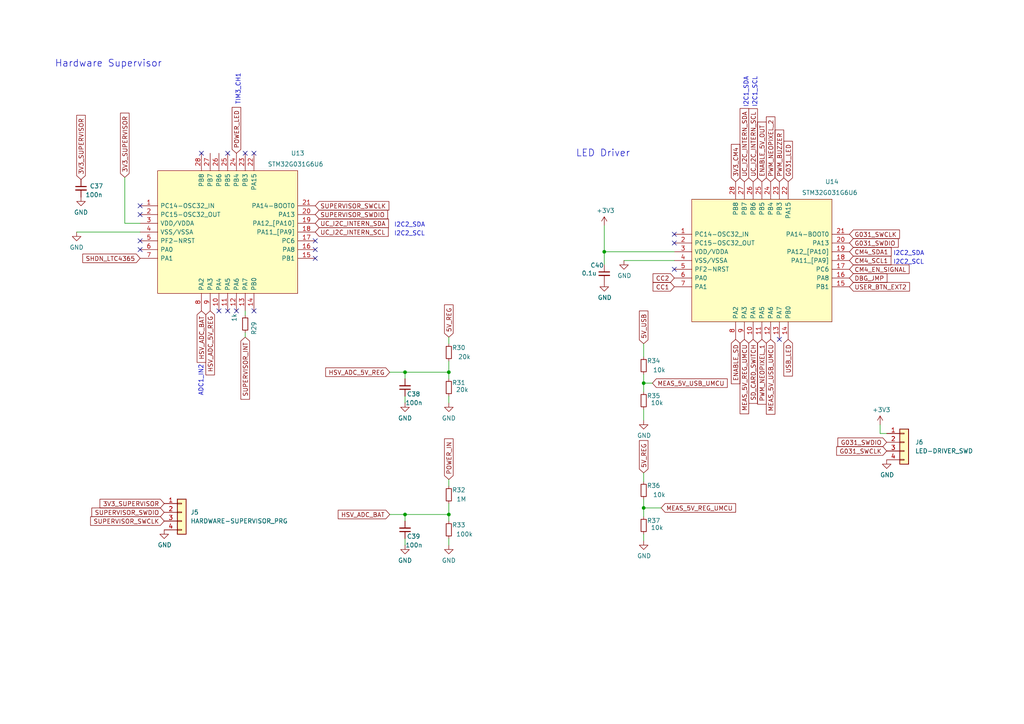
<source format=kicad_sch>
(kicad_sch (version 20231120) (generator "eeschema") (generator_version "8.0")
  (paper "A4")
  (junction (at 130.175 107.95))
  (junction (at -92.71 -11.43) (diameter 1.016))
  (junction (at 186.69 111.125))
  (junction (at -92.71 -22.225) (diameter 1.016))
  (junction (at -109.22 158.75))
  (junction (at -149.86 72.39) (diameter 1.016))
  (junction (at -149.86 67.31) (diameter 1.016))
  (junction (at 186.69 147.32))
  (junction (at -167.64 156.21))
  (junction (at -104.14 19.05))
  (junction (at -159.385 -6.35) (diameter 1.016))
  (junction (at -141.605 17.78))
  (junction (at 117.475 107.95))
  (junction (at -101.6 19.05))
  (junction (at -86.36 -22.225))
  (junction (at 175.26 73.025))
  (junction (at -99.06 -11.43) (diameter 1.016))
  (junction (at -105.41 -11.43) (diameter 1.016))
  (junction (at -106.68 158.75))
  (junction (at -159.385 -11.43) (diameter 1.016))
  (junction (at -99.06 19.05))
  (junction (at -99.06 -22.225) (diameter 1.016))
  (junction (at -160.655 31.75))
  (junction (at -86.36 -11.43) (diameter 1.016))
  (junction (at 130.175 149.225))
  (junction (at -111.76 -22.225) (diameter 1.016))
  (junction (at -149.86 62.23) (diameter 1.016))
  (junction (at 117.475 149.225))
  (junction (at -153.035 72.39) (diameter 1.016))
  (junction (at -104.14 158.75))
  (junction (at -101.6 158.75))
  (junction (at -109.22 19.05))
  (junction (at -105.41 -22.225) (diameter 1.016))
  (junction (at -99.06 158.75))
  (junction (at -111.76 -11.43) (diameter 1.016))
  (junction (at -96.52 19.05))
  (junction (at -106.68 19.05))
  (no_connect (at 40.64 69.85))
  (no_connect (at -154.94 -8.89))
  (no_connect (at -81.28 146.05))
  (no_connect (at 226.06 98.425))
  (no_connect (at 91.44 72.39))
  (no_connect (at -81.28 72.39))
  (no_connect (at 40.64 62.23))
  (no_connect (at 71.12 44.45))
  (no_connect (at 58.42 44.45))
  (no_connect (at 195.58 78.105))
  (no_connect (at 195.58 70.485))
  (no_connect (at 63.5 90.17))
  (no_connect (at 40.64 59.69))
  (no_connect (at 195.58 67.945))
  (no_connect (at 66.04 44.45))
  (no_connect (at 73.66 44.45))
  (no_connect (at 40.64 72.39))
  (no_connect (at 66.04 90.17))
  (no_connect (at 68.58 90.17))
  (no_connect (at 73.66 90.17))
  (no_connect (at -142.24 -8.89))
  (no_connect (at -142.24 -11.43))
  (no_connect (at 91.44 74.93))
  (no_connect (at 91.44 69.85))
  (wire (pts (xy -167.64 162.56) (xy -167.64 165.1)))
  (wire (pts (xy 130.175 97.79) (xy 130.175 99.695)))
  (wire (pts (xy -156.21 62.23) (xy -156.21 64.77)))
  (wire (pts (xy -101.6 19.05) (xy -99.06 19.05)))
  (wire (pts (xy -141.605 17.78) (xy -131.445 17.78)))
  (wire (pts (xy -106.68 19.05) (xy -104.14 19.05)))
  (wire (pts (xy 22.225 67.31) (xy 40.64 67.31)))
  (wire (pts (xy 117.475 149.225) (xy 113.03 149.225)))
  (wire (pts (xy -92.71 -22.225) (xy -92.71 -19.05)))
  (wire (pts (xy -150.495 17.78) (xy -141.605 17.78)))
  (wire (pts (xy 180.975 75.565) (xy 195.58 75.565)))
  (wire (pts (xy -81.28 54.61) (xy -60.325 54.61)))
  (wire (pts (xy 130.175 107.95) (xy 130.175 109.855)))
  (wire (pts (xy -105.41 -11.43) (xy -99.06 -11.43)))
  (wire (pts (xy -167.64 156.21) (xy -161.925 156.21)))
  (wire (pts (xy 175.26 73.025) (xy 175.26 76.835)))
  (wire (pts (xy -86.36 -11.43) (xy -86.36 -13.97)))
  (wire (pts (xy -127 41.91) (xy -127 45.72)))
  (wire (pts (xy 130.175 139.065) (xy 130.175 140.97)))
  (wire (pts (xy -160.655 31.75) (xy -160.655 35.56)))
  (wire (pts (xy -86.36 -22.225) (xy -86.36 -19.05)))
  (wire (pts (xy -149.225 36.83) (xy -127 36.83)))
  (wire (pts (xy 117.475 156.21) (xy 117.475 158.115)))
  (wire (pts (xy -99.06 19.05) (xy -96.52 19.05)))
  (wire (pts (xy -99.06 -22.225) (xy -92.71 -22.225)))
  (wire (pts (xy -154.94 -11.43) (xy -159.385 -11.43)))
  (wire (pts (xy -167.64 154.94) (xy -167.64 156.21)))
  (wire (pts (xy -139.7 87.63) (xy -127 87.63)))
  (wire (pts (xy -154.94 -13.97) (xy -159.385 -13.97)))
  (wire (pts (xy -106.68 158.75) (xy -109.22 158.75)))
  (wire (pts (xy -101.6 158.75) (xy -104.14 158.75)))
  (wire (pts (xy -162.56 31.75) (xy -160.655 31.75)))
  (wire (pts (xy -120.015 -13.97) (xy -120.015 -11.43)))
  (wire (pts (xy 186.69 111.125) (xy 189.23 111.125)))
  (wire (pts (xy -159.385 -13.97) (xy -159.385 -11.43)))
  (wire (pts (xy -86.36 -22.225) (xy -76.2 -22.225)))
  (wire (pts (xy -154.94 90.17) (xy -149.86 90.17)))
  (wire (pts (xy 117.475 114.935) (xy 117.475 116.84)))
  (wire (pts (xy -105.41 -22.225) (xy -99.06 -22.225)))
  (wire (pts (xy -144.145 64.77) (xy -144.145 67.31)))
  (wire (pts (xy -159.385 -11.43) (xy -159.385 -6.35)))
  (wire (pts (xy 71.12 96.52) (xy 71.12 97.79)))
  (wire (pts (xy -92.71 -13.97) (xy -92.71 -11.43)))
  (wire (pts (xy 186.69 99.695) (xy 186.69 103.505)))
  (wire (pts (xy 117.475 151.13) (xy 117.475 149.225)))
  (wire (pts (xy -111.76 -22.225) (xy -120.015 -22.225)))
  (wire (pts (xy 175.26 65.405) (xy 175.26 73.025)))
  (wire (pts (xy 186.69 137.16) (xy 186.69 139.7)))
  (wire (pts (xy -153.035 72.39) (xy -153.035 73.025)))
  (wire (pts (xy -92.71 -11.43) (xy -86.36 -11.43)))
  (wire (pts (xy 130.175 149.225) (xy 130.175 151.13)))
  (wire (pts (xy -109.22 158.75) (xy -111.76 158.75)))
  (wire (pts (xy 130.175 107.95) (xy 117.475 107.95)))
  (wire (pts (xy 186.69 147.32) (xy 186.69 149.86)))
  (wire (pts (xy 186.69 108.585) (xy 186.69 111.125)))
  (wire (pts (xy -104.14 19.05) (xy -101.6 19.05)))
  (wire (pts (xy -146.685 72.39) (xy -149.86 72.39)))
  (wire (pts (xy 186.69 111.125) (xy 186.69 113.665)))
  (wire (pts (xy 130.175 104.775) (xy 130.175 107.95)))
  (wire (pts (xy -99.06 -22.225) (xy -99.06 -19.05)))
  (wire (pts (xy -99.06 -11.43) (xy -92.71 -11.43)))
  (wire (pts (xy -57.15 74.93) (xy -54.61 74.93)))
  (wire (pts (xy -111.76 -19.05) (xy -111.76 -22.225)))
  (wire (pts (xy -99.06 -13.97) (xy -99.06 -11.43)))
  (wire (pts (xy -156.21 72.39) (xy -153.035 72.39)))
  (wire (pts (xy -111.76 19.05) (xy -109.22 19.05)))
  (wire (pts (xy -81.28 74.93) (xy -62.23 74.93)))
  (wire (pts (xy 186.69 118.745) (xy 186.69 121.92)))
  (wire (pts (xy -76.2 -11.43) (xy -86.36 -11.43)))
  (wire (pts (xy 130.175 149.225) (xy 117.475 149.225)))
  (wire (pts (xy -153.035 87.63) (xy -144.78 87.63)))
  (wire (pts (xy 36.195 51.435) (xy 36.195 64.77)))
  (wire (pts (xy -111.76 -11.43) (xy -105.41 -11.43)))
  (wire (pts (xy -105.41 -13.97) (xy -105.41 -11.43)))
  (wire (pts (xy -149.86 72.39) (xy -153.035 72.39)))
  (wire (pts (xy -167.64 156.21) (xy -167.64 157.48)))
  (wire (pts (xy -149.86 62.23) (xy -127 62.23)))
  (wire (pts (xy -144.78 90.17) (xy -127 90.17)))
  (wire (pts (xy -149.225 41.91) (xy -149.225 36.83)))
  (wire (pts (xy 71.12 91.44) (xy 71.12 90.17)))
  (wire (pts (xy -99.06 164.465) (xy -99.06 158.75)))
  (wire (pts (xy -160.655 31.75) (xy -127 31.75)))
  (wire (pts (xy 186.69 144.78) (xy 186.69 147.32)))
  (wire (pts (xy -120.015 -22.225) (xy -120.015 -19.05)))
  (wire (pts (xy 117.475 107.95) (xy 113.03 107.95)))
  (wire (pts (xy -146.685 64.77) (xy -146.685 72.39)))
  (wire (pts (xy -109.22 19.05) (xy -106.68 19.05)))
  (wire (pts (xy -131.445 26.67) (xy -131.445 17.78)))
  (wire (pts (xy -156.21 69.85) (xy -156.21 72.39)))
  (wire (pts (xy -141.605 41.91) (xy -141.605 39.37)))
  (wire (pts (xy -76.2 -22.225) (xy -76.2 -19.05)))
  (wire (pts (xy -127 45.72) (xy -131.445 45.72)))
  (wire (pts (xy -149.86 67.31) (xy -144.145 67.31)))
  (wire (pts (xy 130.175 158.115) (xy 130.175 156.21)))
  (wire (pts (xy 130.175 116.84) (xy 130.175 114.935)))
  (wire (pts (xy -99.06 158.75) (xy -101.6 158.75)))
  (wire (pts (xy -144.145 64.77) (xy -127 64.77)))
  (wire (pts (xy 255.27 125.73) (xy 257.175 125.73)))
  (wire (pts (xy 36.195 64.77) (xy 40.64 64.77)))
  (wire (pts (xy -141.605 39.37) (xy -127 39.37)))
  (wire (pts (xy 186.69 147.32) (xy 191.77 147.32)))
  (wire (pts (xy -127 26.67) (xy -131.445 26.67)))
  (wire (pts (xy -92.71 -22.225) (xy -86.36 -22.225)))
  (wire (pts (xy -81.28 57.15) (xy -60.325 57.15)))
  (wire (pts (xy 130.175 146.05) (xy 130.175 149.225)))
  (wire (pts (xy 255.27 123.19) (xy 255.27 125.73)))
  (wire (pts (xy -153.035 64.77) (xy -153.035 72.39)))
  (wire (pts (xy -96.52 13.335) (xy -96.52 19.05)))
  (wire (pts (xy -105.41 -22.225) (xy -105.41 -19.05)))
  (wire (pts (xy 186.69 154.94) (xy 186.69 156.845)))
  (wire (pts (xy -76.2 -13.97) (xy -76.2 -11.43)))
  (wire (pts (xy -149.86 62.23) (xy -156.21 62.23)))
  (wire (pts (xy 117.475 109.855) (xy 117.475 107.95)))
  (wire (pts (xy -104.14 158.75) (xy -106.68 158.75)))
  (wire (pts (xy -120.015 -11.43) (xy -111.76 -11.43)))
  (wire (pts (xy -111.76 -22.225) (xy -105.41 -22.225)))
  (wire (pts (xy -111.76 -13.97) (xy -111.76 -11.43)))
  (wire (pts (xy -154.94 -6.35) (xy -159.385 -6.35)))
  (wire (pts (xy 175.26 73.025) (xy 195.58 73.025)))
  (text "TIM3_CH1" (at 69.85 30.48 90) (effects (font (size 1.27 1.27)) (justify left bottom)))
  (text "MICROCONTROLLER" (at -170.18 -26.67 0) (effects (font (size 2 2)) (justify left bottom)))
  (text "ADC1_IN2" (at 59.055 114.935 90) (effects (font (size 1.27 1.27)) (justify left bottom)))
  (text "I2C1_SCL" (at 219.71 22.225 90) (effects (font (size 1.27 1.27)) (justify right bottom)))
  (text "I2C2_SDA" (at 259.08 74.295 0) (effects (font (size 1.27 1.27)) (justify left bottom)))
  (text "I2C2_SDA" (at 114.3 66.04 0) (effects (font (size 1.27 1.27)) (justify left bottom)))
  (text "I2C2_SCL" (at 114.3 68.58 0) (effects (font (size 1.27 1.27)) (justify left bottom)))
  (text "I2C2_SCL" (at 259.08 76.835 0) (effects (font (size 1.27 1.27)) (justify left bottom)))
  (text "LED Driver" (at 167.005 45.72 0) (effects (font (size 2 2)) (justify left bottom)))
  (text "Hardware Supervisor" (at 15.875 19.685 0) (effects (font (size 2 2)) (justify left bottom)))
  (text "I2C1_SDA" (at 217.17 22.225 90) (effects (font (size 1.27 1.27)) (justify right bottom)))
  (label "UC_USB_P" (at -72.39 57.15 0))
  (label "UC_USB_N" (at -73.025 54.61 0))
  (global_label "3V3_SUPERVISOR" (shape input) (at 47.625 146.05 180) (property "Intersheetrefs" "${INTERSHEET_REFS}" (effects (hide yes))))
  (global_label "CM4_UC_NEW_SAMPLES" (shape input) (at -154.94 90.17 180) (property "Intersheetrefs" "${INTERSHEET_REFS}" (effects (hide yes))))
  (global_label "UC_LED2" (shape input) (at -127 95.25 180) (property "Intersheetrefs" "${INTERSHEET_REFS}" (effects (hide yes))))
  (global_label "UC_SPI2_MOSI" (shape input) (at -81.28 143.51 0) (property "Intersheetrefs" "${INTERSHEET_REFS}" (effects (hide yes))))
  (global_label "CC1" (shape input) (at 195.58 83.185 180) (property "Intersheetrefs" "${INTERSHEET_REFS}" (effects (hide yes))))
  (global_label "UC_USB_D_N" (shape input) (at -55.245 54.61 0) (property "Intersheetrefs" "${INTERSHEET_REFS}" (effects (hide yes))))
  (global_label "UC_SCL_2" (shape input) (at -147.32 187.325 270) (property "Intersheetrefs" "${INTERSHEET_REFS}" (effects (hide yes))))
  (global_label "ENC1_A" (shape input) (at -81.28 87.63 0) (property "Intersheetrefs" "${INTERSHEET_REFS}" (effects (hide yes))))
  (global_label "UC_UART_EXT1_RX" (shape input) (at -81.28 52.07 0) (property "Intersheetrefs" "${INTERSHEET_REFS}" (effects (hide yes))))
  (global_label "ENABLE_5V_OUT" (shape input) (at 220.98 52.705 90) (property "Intersheetrefs" "${INTERSHEET_REFS}" (effects (hide yes))))
  (global_label "UC_UART_EXT2_TX" (shape input) (at -81.28 128.27 0) (property "Intersheetrefs" "${INTERSHEET_REFS}" (effects (hide yes))))
  (global_label "HSV_ADC_BAT" (shape input) (at 113.03 149.225 180) (property "Intersheetrefs" "${INTERSHEET_REFS}" (effects (hide yes))))
  (global_label "CS_IMU" (shape input) (at -81.28 100.33 0) (property "Intersheetrefs" "${INTERSHEET_REFS}" (effects (hide yes))))
  (global_label "UC_SPI1_CS_EXT1" (shape input) (at -127 120.65 180) (property "Intersheetrefs" "${INTERSHEET_REFS}" (effects (hide yes))))
  (global_label "IMU_INT2" (shape input) (at -127 138.43 180) (property "Intersheetrefs" "${INTERSHEET_REFS}" (effects (hide yes))))
  (global_label "UC_UART_EXT3_RX" (shape input) (at -81.28 77.47 0) (property "Intersheetrefs" "${INTERSHEET_REFS}" (effects (hide yes))))
  (global_label "5V_USB" (shape input) (at -167.64 149.86 90) (property "Intersheetrefs" "${INTERSHEET_REFS}" (effects (hide yes))))
  (global_label "PWM_NEOPIXEL_1" (shape input) (at 220.98 98.425 270) (property "Intersheetrefs" "${INTERSHEET_REFS}" (effects (hide yes))))
  (global_label "UC_ACT_LED" (shape input) (at -127 140.97 180) (property "Intersheetrefs" "${INTERSHEET_REFS}" (effects (hide yes))))
  (global_label "UC_TIM2" (shape input) (at -106.68 186.69 180) (property "Intersheetrefs" "${INTERSHEET_REFS}" (effects (hide yes))))
  (global_label "MEAS_5V_USB_UMCU" (shape input) (at 223.52 98.425 270) (property "Intersheetrefs" "${INTERSHEET_REFS}" (effects (hide yes))))
  (global_label "UC_TIM1" (shape input) (at -81.28 90.17 0) (property "Intersheetrefs" "${INTERSHEET_REFS}" (effects (hide yes))))
  (global_label "UC_SPI2_CS_EXT1" (shape input) (at -127 146.05 180) (property "Intersheetrefs" "${INTERSHEET_REFS}" (effects (hide yes))))
  (global_label "UC_TIM1" (shape input) (at -106.68 191.77 180) (property "Intersheetrefs" "${INTERSHEET_REFS}" (effects (hide yes))))
  (global_label "ENC1_A" (shape input) (at -101.6 191.77 0) (property "Intersheetrefs" "${INTERSHEET_REFS}" (effects (hide yes))))
  (global_label "PD7" (shape input) (at -127 130.81 180) (property "Intersheetrefs" "${INTERSHEET_REFS}" (effects (hide yes))))
  (global_label "UC_SPI_CM4_CS" (shape input) (at -81.28 36.83 0) (property "Intersheetrefs" "${INTERSHEET_REFS}" (effects (hide yes))))
  (global_label "UC_LED1" (shape input) (at -127 107.95 180) (property "Intersheetrefs" "${INTERSHEET_REFS}" (effects (hide yes))))
  (global_label "3V3_SUPERVISOR" (shape input) (at 36.195 51.435 90) (property "Intersheetrefs" "${INTERSHEET_REFS}" (effects (hide yes))))
  (global_label "SHDN_LTC4365" (shape input) (at 40.64 74.93 180) (property "Intersheetrefs" "${INTERSHEET_REFS}" (effects (hide yes))))
  (global_label "UC_I2C_INTERN_SCL" (shape input) (at -81.28 46.99 0) (property "Intersheetrefs" "${INTERSHEET_REFS}" (effects (hide yes))))
  (global_label "UC_UART_EXT1_TX" (shape input) (at -81.28 49.53 0) (property "Intersheetrefs" "${INTERSHEET_REFS}" (effects (hide yes))))
  (global_label "ENC2_A" (shape input) (at -81.28 82.55 0) (property "Intersheetrefs" "${INTERSHEET_REFS}" (effects (hide yes))))
  (global_label "HSV_ADC_BAT" (shape input) (at 58.42 90.17 270) (property "Intersheetrefs" "${INTERSHEET_REFS}" (effects (hide yes))))
  (global_label "UC_UART_EXT3_TX" (shape input) (at -81.28 64.77 0) (property "Intersheetrefs" "${INTERSHEET_REFS}" (effects (hide yes))))
  (global_label "DETECT_USB" (shape input) (at -161.925 156.21 0) (property "Intersheetrefs" "${INTERSHEET_REFS}" (effects (hide yes))))
  (global_label "NRST" (shape input) (at -142.24 -6.35 0) (property "Intersheetrefs" "${INTERSHEET_REFS}" (effects (hide yes))))
  (global_label "BUTTON_INTERN" (shape input) (at -81.28 151.13 0) (property "Intersheetrefs" "${INTERSHEET_REFS}" (effects (hide yes))))
  (global_label "PC0" (shape input) (at -81.28 113.03 0) (property "Intersheetrefs" "${INTERSHEET_REFS}" (effects (hide yes))))
  (global_label "HSV_ADC_5V_REG" (shape input) (at 113.03 107.95 180) (property "Intersheetrefs" "${INTERSHEET_REFS}" (effects (hide yes))))
  (global_label "ENABLE_SD" (shape input) (at 213.36 98.425 270) (property "Intersheetrefs" "${INTERSHEET_REFS}" (effects (hide yes))))
  (global_label "UC_UART_CM4_TX" (shape input) (at -81.28 31.75 0) (property "Intersheetrefs" "${INTERSHEET_REFS}" (effects (hide yes))))
  (global_label "PE12" (shape input) (at -127 100.33 180) (property "Intersheetrefs" "${INTERSHEET_REFS}" (effects (hide yes))))
  (global_label "UC_SPI2_MISO" (shape input) (at -81.28 140.97 0) (property "Intersheetrefs" "${INTERSHEET_REFS}" (effects (hide yes))))
  (global_label "3V3_SUPERVISOR" (shape input) (at 23.495 52.07 90) (property "Intersheetrefs" "${INTERSHEET_REFS}" (effects (hide yes))))
  (global_label "PD8" (shape input) (at -127 133.35 180) (property "Intersheetrefs" "${INTERSHEET_REFS}" (effects (hide yes))))
  (global_label "3V3_CM4" (shape input) (at 213.36 52.705 90) (property "Intersheetrefs" "${INTERSHEET_REFS}" (effects (hide yes))))
  (global_label "CC2" (shape input) (at 195.58 80.645 180) (property "Intersheetrefs" "${INTERSHEET_REFS}" (effects (hide yes))))
  (global_label "MEAS_5V_REG_UMCU" (shape input) (at 191.77 147.32 0) (property "Intersheetrefs" "${INTERSHEET_REFS}" (effects (hide yes))))
  (global_label "UC_AIN2" (shape input) (at -81.28 69.85 0) (property "Intersheetrefs" "${INTERSHEET_REFS}" (effects (hide yes))))
  (global_label "RUN_PG" (shape input) (at -81.28 148.59 0) (property "Intersheetrefs" "${INTERSHEET_REFS}" (effects (hide yes))))
  (global_label "UC_I2C_INTERN_SCL" (shape input) (at 91.44 67.31 0) (property "Intersheetrefs" "${INTERSHEET_REFS}" (effects (hide yes))))
  (global_label "USER_BTN_EXT2" (shape input) (at 246.38 83.185 0) (property "Intersheetrefs" "${INTERSHEET_REFS}" (effects (hide yes))))
  (global_label "PD5" (shape input) (at -127 125.73 180) (property "Intersheetrefs" "${INTERSHEET_REFS}" (effects (hide yes))))
  (global_label "RS485_TX" (shape input) (at -127 72.39 180) (property "Intersheetrefs" "${INTERSHEET_REFS}" (effects (hide yes))))
  (global_label "SWCLK" (shape input) (at -81.28 62.23 0) (property "Intersheetrefs" "${INTERSHEET_REFS}" (effects (hide yes))))
  (global_label "NRST" (shape input) (at -150.495 17.78 180) (property "Intersheetrefs" "${INTERSHEET_REFS}" (effects (hide yes))))
  (global_label "SUPERVISOR_INT" (shape input) (at 71.12 97.79 270) (property "Intersheetrefs" "${INTERSHEET_REFS}" (effects (hide yes))))
  (global_label "RS485_EN" (shape input) (at -127 151.13 180) (property "Intersheetrefs" "${INTERSHEET_REFS}" (effects (hide yes))))
  (global_label "SWDIO" (shape input) (at -81.28 59.69 0) (property "Intersheetrefs" "${INTERSHEET_REFS}" (effects (hide yes))))
  (global_label "UC_I2C_INTERN_SDA" (shape input) (at -81.28 135.89 0) (property "Intersheetrefs" "${INTERSHEET_REFS}" (effects (hide yes))))
  (global_label "CM4_SDA1" (shape input) (at 246.38 73.025 0) (property "Intersheetrefs" "${INTERSHEET_REFS}" (effects (hide yes))))
  (global_label "USB_LED" (shape input) (at 228.6 98.425 270) (property "Intersheetrefs" "${INTERSHEET_REFS}" (effects (hide yes))))
  (global_label "CM4_INT2" (shape input) (at -153.035 87.63 180) (property "Intersheetrefs" "${INTERSHEET_REFS}" (effects (hide yes))))
  (global_label "5V_REG" (shape input) (at 130.175 97.79 90) (property "Intersheetrefs" "${INTERSHEET_REFS}" (effects (hide yes))))
  (global_label "USER_BTN_EXT" (shape input) (at -127 74.93 180) (property "Intersheetrefs" "${INTERSHEET_REFS}" (effects (hide yes))))
  (global_label "PD2" (shape input) (at -127 118.11 180) (property "Intersheetrefs" "${INTERSHEET_REFS}" (effects (hide yes))))
  (global_label "G031_SWCLK" (shape input) (at 257.175 130.81 180) (property "Intersheetrefs" "${INTERSHEET_REFS}" (effects (hide yes))))
  (global_label "SUPERVISOR_SWCLK" (shape input) (at 91.44 59.69 0) (property "Intersheetrefs" "${INTERSHEET_REFS}" (effects (hide yes))))
  (global_label "CM4_EN_SIGNAL" (shape input) (at 246.38 78.105 0) (property "Intersheetrefs" "${INTERSHEET_REFS}" (effects (hide yes))))
  (global_label "ENC2_A" (shape input) (at -101.6 186.69 0) (property "Intersheetrefs" "${INTERSHEET_REFS}" (effects (hide yes))))
  (global_label "ENC2_B" (shape input) (at -81.28 80.01 0) (property "Intersheetrefs" "${INTERSHEET_REFS}" (effects (hide yes))))
  (global_label "UC_AIN1" (shape input) (at -81.28 125.73 0) (property "Intersheetrefs" "${INTERSHEET_REFS}" (effects (hide yes))))
  (global_label "UC_I2C_INTERN_SCL" (shape input) (at 218.44 52.705 90) (property "Intersheetrefs" "${INTERSHEET_REFS}" (effects (hide yes))))
  (global_label "PE14" (shape input) (at -127 105.41 180) (property "Intersheetrefs" "${INTERSHEET_REFS}" (effects (hide yes))))
  (global_label "G031_SWCLK" (shape input) (at 246.38 67.945 0) (property "Intersheetrefs" "${INTERSHEET_REFS}" (effects (hide yes))))
  (global_label "PE13" (shape input) (at -127 102.87 180) (property "Intersheetrefs" "${INTERSHEET_REFS}" (effects (hide yes))))
  (global_label "5V_REG" (shape input) (at 186.69 137.16 90) (property "Intersheetrefs" "${INTERSHEET_REFS}" (effects (hide yes))))
  (global_label "PD9" (shape input) (at -127 135.89 180) (property "Intersheetrefs" "${INTERSHEET_REFS}" (effects (hide yes))))
  (global_label "PE9" (shape input) (at -127 92.71 180) (property "Intersheetrefs" "${INTERSHEET_REFS}" (effects (hide yes))))
  (global_label "G031_LED" (shape input) (at 228.6 52.705 90) (property "Intersheetrefs" "${INTERSHEET_REFS}" (effects (hide yes))))
  (global_label "G031_SWDIO" (shape input) (at 257.175 128.27 180) (property "Intersheetrefs" "${INTERSHEET_REFS}" (effects (hide yes))))
  (global_label "DETECT_USB" (shape input) (at -81.28 133.35 0) (property "Intersheetrefs" "${INTERSHEET_REFS}" (effects (hide yes))))
  (global_label "DBG_JMP" (shape input) (at 246.38 80.645 0) (property "Intersheetrefs" "${INTERSHEET_REFS}" (effects (hide yes))))
  (global_label "UC_UART_EXT2_RX" (shape input) (at -81.28 130.81 0) (property "Intersheetrefs" "${INTERSHEET_REFS}" (effects (hide yes))))
  (global_label "UC_I2C_INTERN_SCL" (shape input) (at -128.27 187.325 270) (property "Intersheetrefs" "${INTERSHEET_REFS}" (effects (hide yes))))
  (global_label "UC_AIN4" (shape input) (at -81.28 120.65 0) (property "Intersheetrefs" "${INTERSHEET_REFS}" (effects (hide yes))))
  (global_label "UC_SDA_2" (shape input) (at -81.28 97.79 0) (property "Intersheetrefs" "${INTERSHEET_REFS}" (effects (hide yes))))
  (global_label "UC_I2C_INTERN_SDA" (shape input) (at 91.44 64.77 0) (property "Intersheetrefs" "${INTERSHEET_REFS}" (effects (hide yes))))
  (global_label "UC_I2C_INTERN_SDA" (shape input) (at 215.9 52.705 90) (property "Intersheetrefs" "${INTERSHEET_REFS}" (effects (hide yes))))
  (global_label "UC_TIM2" (shape input) (at -81.28 92.71 0) (property "Intersheetrefs" "${INTERSHEET_REFS}" (effects (hide yes))))
  (global_label "SUPERVISOR_SWDIO" (shape input) (at 47.625 148.59 180) (property "Intersheetrefs" "${INTERSHEET_REFS}" (effects (hide yes))))
  (global_label "SUPERVISOR_SWCLK" (shape input) (at 47.625 151.13 180) (property "Intersheetrefs" "${INTERSHEET_REFS}" (effects (hide yes))))
  (global_label "POWER_IN" (shape input) (at 130.175 139.065 90) (property "Intersheetrefs" "${INTERSHEET_REFS}" (effects (hide yes))))
  (global_label "5V_USB" (shape input) (at 186.69 99.695 90) (property "Intersheetrefs" "${INTERSHEET_REFS}" (effects (hide yes))))
  (global_label "UC_SDA_2" (shape input) (at -156.21 187.325 270) (property "Intersheetrefs" "${INTERSHEET_REFS}" (effects (hide yes))))
  (global_label "HSV_ADC_5V_REG" (shape input) (at 60.96 90.17 270) (property "Intersheetrefs" "${INTERSHEET_REFS}" (effects (hide yes))))
  (global_label "SUPERVISOR_INT" (shape input) (at -127 143.51 180) (property "Intersheetrefs" "${INTERSHEET_REFS}" (effects (hide yes))))
  (global_label "CANTX" (shape input) (at -127 115.57 180) (property "Intersheetrefs" "${INTERSHEET_REFS}" (effects (hide yes))))
  (global_label "UC_SPI1_MISO" (shape input) (at -81.28 105.41 0) (property "Intersheetrefs" "${INTERSHEET_REFS}" (effects (hide yes))))
  (global_label "BOOT0" (shape input) (at -162.56 31.75 180) (property "Intersheetrefs" "${INTERSHEET_REFS}" (effects (hide yes))))
  (global_label "MEAS_5V_REG_UMCU" (shape input) (at 215.9 98.425 270) (property "Intersheetrefs" "${INTERSHEET_REFS}" (effects (hide yes))))
  (global_label "UC_SPI_CM4_SCLK" (shape input) (at -81.28 39.37 0) (property "Intersheetrefs" "${INTERSHEET_REFS}" (effects (hide yes))))
  (global_label "CM4_SCL1" (shape input) (at 246.38 75.565 0) (property "Intersheetrefs" "${INTERSHEET_REFS}" (effects (hide yes))))
  (global_label "PWM_BUZZER" (shape input) (at 226.06 52.705 90) (property "Intersheetrefs" "${INTERSHEET_REFS}" (effects (hide yes))))
  (global_label "DBG_JMP" (shape input) (at -170.815 76.2 180) (property "Intersheetrefs" "${INTERSHEET_REFS}" (effects (hide yes))))
  (global_label "SUPERVISOR_SWDIO" (shape input) (at 91.44 62.23 0) (property "Intersheetrefs" "${INTERSHEET_REFS}" (effects (hide yes))))
  (global_label "UC_PWM3" (shape input) (at -81.28 29.21 0) (property "Intersheetrefs" "${INTERSHEET_REFS}" (effects (hide yes))))
  (global_label "UC_PWM2" (shape input) (at -127 85.09 180) (property "Intersheetrefs" "${INTERSHEET_REFS}" (effects (hide yes))))
  (global_label "UC_UART_CM4_RX" (shape input) (at -81.28 34.29 0) (property "Intersheetrefs" "${INTERSHEET_REFS}" (effects (hide yes))))
  (global_label "ENC1_B" (shape input) (at -81.28 85.09 0) (property "Intersheetrefs" "${INTERSHEET_REFS}" (effects (hide yes))))
  (global_label "UC_PWM1" (shape input) (at -127 82.55 180) (property "Intersheetrefs" "${INTERSHEET_REFS}" (effects (hide yes))))
  (global_label "UC_SPI1_SCLK" (shape input) (at -81.28 102.87 0) (property "Intersheetrefs" "${INTERSHEET_REFS}" (effects (hide yes))))
  (global_label "UC_AIN3" (shape input) (at -81.28 118.11 0) (property "Intersheetrefs" "${INTERSHEET_REFS}" (effects (hide yes))))
  (global_label "UC_SPI2_SCLK" (shape input) (at -81.28 138.43 0) (property "Intersheetrefs" "${INTERSHEET_REFS}" (effects (hide yes))))
  (global_label "UC_SCL_2" (shape input) (at -81.28 95.25 0) (property "Intersheetrefs" "${INTERSHEET_REFS}" (effects (hide yes))))
  (global_label "CM4_UC_RESET_UART" (shape input) (at -54.61 74.93 0) (property "Intersheetrefs" "${INTERSHEET_REFS}" (effects (hide yes))))
  (global_label "PC1" (shape input) (at -81.28 115.57 0) (property "Intersheetrefs" "${INTERSHEET_REFS}" (effects (hide yes))))
  (global_label "G031_SWDIO" (shape input) (at 246.38 70.485 0) (property "Intersheetrefs" "${INTERSHEET_REFS}" (effects (hide yes))))
  (global_label "UC_I2C_INTERN_SDA" (shape input) (at -137.16 187.325 270) (property "Intersheetrefs" "${INTERSHEET_REFS}" (effects (hide yes))))
  (global_label "PD6" (shape input) (at -127 128.27 180) (property "Intersheetrefs" "${INTERSHEET_REFS}" (effects (hide yes))))
  (global_label "PWM_NEOPIXEL_2" (shape input) (at 223.52 52.705 90) (property "Intersheetrefs" "${INTERSHEET_REFS}" (effects (hide yes))))
  (global_label "CANRX" (shape input) (at -127 113.03 180) (property "Intersheetrefs" "${INTERSHEET_REFS}" (effects (hide yes))))
  (global_label "SD_CARD_SWITCH" (shape input) (at 218.44 98.425 270) (property "Intersheetrefs" "${INTERSHEET_REFS}" (effects (hide yes))))
  (global_label "UC_SPI_CM4_MOSI" (shape input) (at -81.28 44.45 0) (property "Intersheetrefs" "${INTERSHEET_REFS}" (effects (hide yes))))
  (global_label "POWER_LED" (shape input) (at 68.58 44.45 90) (property "Intersheetrefs" "${INTERSHEET_REFS}" (effects (hide yes))))
  (global_label "MEAS_5V_USB_UMCU" (shape input) (at 189.23 111.125 0) (property "Intersheetrefs" "${INTERSHEET_REFS}" (effects (hide yes))))
  (global_label "SWCLK" (shape input) (at -142.24 -13.97 0) (property "Intersheetrefs" "${INTERSHEET_REFS}" (effects (hide yes))))
  (global_label "UC_USB_D_P" (shape input) (at -55.245 57.15 0) (property "Intersheetrefs" "${INTERSHEET_REFS}" (effects (hide yes))))
  (global_label "SWDIO" (shape input) (at -142.24 -16.51 0) (property "Intersheetrefs" "${INTERSHEET_REFS}" (effects (hide yes))))
  (global_label "USER_BTN_EXT2" (shape input) (at -170.815 78.74 180) (property "Intersheetrefs" "${INTERSHEET_REFS}" (effects (hide yes))))
  (global_label "UC_SPI1_MOSI" (shape input) (at -81.28 107.95 0) (property "Intersheetrefs" "${INTERSHEET_REFS}" (effects (hide yes))))
  (global_label "UC_SPI_CM4_MISO" (shape input) (at -81.28 41.91 0) (property "Intersheetrefs" "${INTERSHEET_REFS}" (effects (hide yes))))
  (global_label "RS485_RX" (shape input) (at -127 69.85 180) (property "Intersheetrefs" "${INTERSHEET_REFS}" (effects (hide yes))))
  (global_label "CS_FLASH" (shape input) (at -81.28 123.19 0) (property "Intersheetrefs" "${INTERSHEET_REFS}" (effects (hide yes))))
  (global_label "PE11" (shape input) (at -127 97.79 180) (property "Intersheetrefs" "${INTERSHEET_REFS}" (effects (hide yes))))
  (global_label "UC_PWM4" (shape input) (at -81.28 26.67 0) (property "Intersheetrefs" "${INTERSHEET_REFS}" (effects (hide yes))))
  (symbol (lib_id "power:GND") (at 130.175 158.115 0) (unit 1)
    (property "Reference" "#PWR071" (effects (hide yes)))
    (property "Value" "GND" (at 130.175 162.56 0))
  )
  (symbol (lib_id "Device:R_Small") (at 71.12 93.98 0) (unit 1)
    (property "Reference" "R29" (at 73.66 97.155 90) (effects (justify left)))
    (property "Value" "1k" (at 67.945 93.345 90) (effects (justify left)))
    (property "Footprint" "Resistor_SMD:R_0603_1608Metric" (effects (hide yes)))
  )
  (symbol (lib_id "Device:C_Small") (at 117.475 112.395 180) (unit 1)
    (property "Reference" "C38" (at 121.92 114.3 0) (effects (justify left)))
    (property "Value" "100n" (at 122.555 116.84 0) (effects (justify left)))
    (property "Footprint" "Capacitor_SMD:C_0603_1608Metric" (effects (hide yes)))
  )
  (symbol (lib_id "power:+3.3V") (at -147.32 182.245 0) (unit 1)
    (property "Reference" "#PWR055" (effects (hide yes)))
    (property "Value" "+3V3" (at -147.32 177.8 0))
  )
  (symbol (lib_id "Device:R_Small") (at -104.14 186.69 90) (unit 1)
    (property "Reference" "R24" (at -107.315 184.15 90) (effects (justify left)))
    (property "Value" "NC" (at -102.87 184.785 90) (effects (justify left)))
    (property "Footprint" "Resistor_SMD:R_0603_1608Metric" (effects (hide yes)))
  )
  (symbol (lib_id "power:+3V3") (at -154.94 -16.51 0) (unit 1)
    (property "Reference" "#PWR052" (effects (hide yes)))
    (property "Value" "+3V3" (at -154.9371 -20.3594 0))
  )
  (symbol (lib_id "power:GND") (at 117.475 116.84 0) (unit 1)
    (property "Reference" "#PWR068" (effects (hide yes)))
    (property "Value" "GND" (at 117.475 121.285 0))
  )
  (symbol (lib_id "Device:R_Small") (at 130.175 112.395 180) (unit 1)
    (property "Reference" "R31" (at 135.0263 111.0044 0) (effects (justify left)))
    (property "Value" "20k" (at 135.89 113.03 0) (effects (justify left)))
    (property "Footprint" "Resistor_SMD:R_0603_1608Metric" (effects (hide yes)))
  )
  (symbol (lib_id "power:GND") (at -160.655 40.64 0) (unit 1)
    (property "Reference" "#PWR049" (effects (hide yes)))
    (property "Value" "GND" (at -160.528 45.0342 0))
  )
  (symbol (lib_id "Device:R_Small") (at 186.69 152.4 180) (unit 1)
    (property "Reference" "R37" (at 191.5413 151.0094 0) (effects (justify left)))
    (property "Value" "10k" (at 192.405 153.035 0) (effects (justify left)))
    (property "Footprint" "Resistor_SMD:R_0402_1005Metric" (effects (hide yes)))
  )
  (symbol (lib_id "Device:R_Small") (at -147.32 90.17 270) (unit 1)
    (property "Reference" "R19" (at -147.32 92.71 90))
    (property "Value" "100" (at -147.32 88.265 90))
    (property "Footprint" "Resistor_SMD:R_0402_1005Metric" (effects (hide yes)))
  )
  (symbol (lib_id "Device:C_Small") (at -86.36 -16.51 0) (unit 1)
    (property "Reference" "C35" (at -85.979 -14.9861 0) (effects (justify left)))
    (property "Value" "100n" (at -91.948 -18.1611 0) (effects (justify left)))
    (property "Footprint" "Capacitor_SMD:C_0603_1608Metric" (effects (hide yes)))
  )
  (symbol (lib_id "Device:R_Small") (at -128.27 184.785 0) (unit 1)
    (property "Reference" "R23" (at -126.365 184.1499 0) (effects (justify left)))
    (property "Value" "4.7k" (at -126.365 186.6899 0) (effects (justify left)))
    (property "Footprint" "Resistor_SMD:R_0603_1608Metric" (effects (hide yes)))
  )
  (symbol (lib_id "Device:C_Small") (at -156.21 67.31 0) (unit 1)
    (property "Reference" "C25" (at -160.8708 69.3356 0) (effects (justify left)))
    (property "Value" "20pF" (at -162.141 65.284 0) (effects (justify left)))
    (property "Footprint" "Capacitor_SMD:C_0603_1608Metric" (effects (hide yes)))
  )
  (symbol (lib_id "power:GND") (at 175.26 81.915 0) (unit 1)
    (property "Reference" "#PWR073" (effects (hide yes)))
    (property "Value" "GND" (at 175.387 86.3092 0))
  )
  (symbol (lib_id "power:GND") (at 22.225 67.31 0) (unit 1)
    (property "Reference" "#PWR065" (effects (hide yes)))
    (property "Value" "GND" (at 22.225 71.755 0))
  )
  (symbol (lib_id "Device:R_Small") (at -142.24 87.63 270) (unit 1)
    (property "Reference" "R21" (at -142.24 90.17 90))
    (property "Value" "100" (at -142.24 85.725 90))
    (property "Footprint" "Resistor_SMD:R_0402_1005Metric" (effects (hide yes)))
  )
  (symbol (lib_id "Device:R_Small") (at -160.655 38.1 0) (unit 1)
    (property "Reference" "R17" (at -159.385 38.1 0) (effects (justify left)))
    (property "Value" "10k" (at -165.1 38.1 0) (effects (justify left)))
    (property "Footprint" "Resistor_SMD:R_0603_1608Metric" (effects (hide yes)))
  )
  (symbol (lib_id "power:GND") (at -167.64 165.1 0) (unit 1)
    (property "Reference" "#PWR048" (effects (hide yes)))
    (property "Value" "GND" (at -167.513 169.4942 0))
  )
  (symbol (lib_id "Device:R_Small") (at 186.69 106.045 180) (unit 1)
    (property "Reference" "R34" (at 191.5413 104.6544 0) (effects (justify left)))
    (property "Value" "10k" (at 193.04 107.315 0) (effects (justify left)))
    (property "Footprint" "Resistor_SMD:R_0402_1005Metric" (effects (hide yes)))
  )
  (symbol (lib_id "power:GND") (at -99.06 164.465 0) (unit 1)
    (property "Reference" "#PWR062" (effects (hide yes)))
    (property "Value" "GND" (at -98.933 168.8592 0))
  )
  (symbol (lib_id "Device:R_Small") (at -167.64 152.4 0) (unit 1)
    (property "Reference" "R15" (at -165.1 152.4 90))
    (property "Value" "10k" (at -169.545 152.4 90))
    (property "Footprint" "Resistor_SMD:R_0603_1608Metric" (effects (hide yes)))
  )
  (symbol (lib_id "Device:R_Small") (at -156.21 184.785 0) (unit 1)
    (property "Reference" "R18" (at -154.305 184.1499 0) (effects (justify left)))
    (property "Value" "4.7k" (at -154.305 186.6899 0) (effects (justify left)))
    (property "Footprint" "Resistor_SMD:R_0603_1608Metric" (effects (hide yes)))
  )
  (symbol (lib_id "power:GND") (at 186.69 121.92 0) (unit 1)
    (property "Reference" "#PWR075" (effects (hide yes)))
    (property "Value" "GND" (at 186.817 126.3142 0))
  )
  (symbol (lib_id "downloaded_parts:STM32G031G6U6") (at 195.58 67.945 0) (unit 1)
    (property "Reference" "U14" (at 241.3 52.705 0))
    (property "Value" "STM32G031G6U6" (at 240.665 55.88 0))
    (property "Footprint" "downloaded_parts:QFN50P400X400X60-28N-D" (effects (hide yes)))
    (property "Datasheet" "https://www.st.com/resource/en/datasheet/stm32g031c6.pdf" (effects (hide yes)))
    (property "Description" "STMICROELECTRONICS - STM32G031G6U6 - ARM MCU, STM32 Family STM32G0 Series Microcontrollers, ARM Cortex-M0+, 32bit, 64 MHz, 32 KB, 8 KB" (effects (hide yes)))
    (property "Height" "0.6" (effects (hide yes)))
    (property "Mouser Part Number" "511-STM32G031G6U6" (effects (hide yes)))
    (property "Mouser Price/Stock" "https://www.mouser.co.uk/ProductDetail/STMicroelectronics/STM32G031G6U6?qs=uwxL4vQweFPW1MMtF4vVDQ%3D%3D" (effects (hide yes)))
    (property "Manufacturer_Name" "STMicroelectronics" (effects (hide yes)))
    (property "Manufacturer_Part_Number" "STM32G031G6U6" (effects (hide yes)))
  )
  (symbol (lib_id "power:GND") (at -159.385 -6.35 0) (unit 1)
    (property "Reference" "#PWR050" (effects (hide yes)))
    (property "Value" "GND" (at -159.258 -1.9558 0))
  )
  (symbol (lib_id "Device:C_Small") (at -141.605 20.32 0) (unit 1)
    (property "Reference" "C28" (at -141.224 21.8439 0) (effects (justify left)))
    (property "Value" "100n" (at -149.225 20.32 0) (effects (justify left)))
    (property "Footprint" "Capacitor_SMD:C_0603_1608Metric" (effects (hide yes)))
  )
  (symbol (lib_id "Device:C_Small") (at -120.015 -16.51 0) (unit 1)
    (property "Reference" "C30" (at -119.634 -14.9861 0) (effects (justify left)))
    (property "Value" "100n" (at -125.603 -18.1611 0) (effects (justify left)))
    (property "Footprint" "Capacitor_SMD:C_0603_1608Metric" (effects (hide yes)))
  )
  (symbol (lib_id "power:GND") (at 180.975 75.565 0) (unit 1)
    (property "Reference" "#PWR074" (effects (hide yes)))
    (property "Value" "GND" (at 181.102 79.9592 0))
  )
  (symbol (lib_id "power:GND") (at 130.175 116.84 0) (unit 1)
    (property "Reference" "#PWR070" (effects (hide yes)))
    (property "Value" "GND" (at 130.175 121.285 0))
  )
  (symbol (lib_id "Device:C_Small") (at -92.71 -16.51 0) (mirror x) (unit 1)
    (property "Reference" "C34" (at -92.329 -18.0339 0) (effects (justify left)))
    (property "Value" "100n" (at -98.298 -14.8589 0) (effects (justify left)))
    (property "Footprint" "Capacitor_SMD:C_0603_1608Metric" (effects (hide yes)))
  )
  (symbol (lib_id "power:+3.3V") (at -96.52 13.335 0) (unit 1)
    (property "Reference" "#PWR063" (effects (hide yes)))
    (property "Value" "+3V3" (at -96.52 8.89 0))
  )
  (symbol (lib_id "Connector_Generic:Conn_01x04") (at 262.255 128.27 0) (unit 1)
    (property "Reference" "J6" (at 265.43 128.2699 0) (effects (justify left)))
    (property "Value" "LED-DRIVER_SWD" (at 265.43 130.8099 0) (effects (justify left)))
    (property "Footprint" "Connector_JST:JST_SH_SM04B-SRSS-TB_1x04-1MP_P1.00mm_Horizontal" (effects (hide yes)))
  )
  (symbol (lib_id "Device:C_Small") (at 175.26 79.375 0) (unit 1)
    (property "Reference" "C40" (at 171.2342 76.9556 0) (effects (justify left)))
    (property "Value" "0.1u" (at 168.694 79.254 0) (effects (justify left)))
    (property "Footprint" "Capacitor_SMD:C_0603_1608Metric" (effects (hide yes)))
  )
  (symbol (lib_id "Connector_Generic:Conn_02x05_Odd_Even") (at -149.86 -11.43 0) (unit 1)
    (property "Reference" "J4" (at -148.59 -22.0218 0))
    (property "Value" "SWD" (at -148.59 -19.7104 0))
    (property "Footprint" "downloaded_parts:FTSH10501LDVK" (effects (hide yes)))
  )
  (symbol (lib_id "Device:C_Small") (at -105.41 -16.51 0) (unit 1)
    (property "Reference" "C32" (at -105.029 -14.9861 0) (effects (justify left)))
    (property "Value" "100n" (at -110.998 -18.1611 0) (effects (justify left)))
    (property "Footprint" "Capacitor_SMD:C_0603_1608Metric" (effects (hide yes)))
  )
  (symbol (lib_id "power:GND") (at -153.035 73.025 0) (unit 1)
    (property "Reference" "#PWR053" (effects (hide yes)))
    (property "Value" "GND" (at -152.908 77.4192 0))
  )
  (symbol (lib_id "power:+3.3V") (at -156.21 182.245 0) (unit 1)
    (property "Reference" "#PWR051" (effects (hide yes)))
    (property "Value" "+3V3" (at -156.21 177.8 0))
  )
  (symbol (lib_id "Device:C_Small") (at 23.495 54.61 0) (unit 1)
    (property "Reference" "C37" (at 26.035 53.9749 0) (effects (justify left)))
    (property "Value" "100n" (at 24.765 56.515 0) (effects (justify left)))
    (property "Footprint" "Capacitor_SMD:C_0603_1608Metric" (effects (hide yes)))
  )
  (symbol (lib_id "Device:R_Small") (at -59.69 74.93 270) (unit 1)
    (property "Reference" "R28" (at -59.69 77.47 90))
    (property "Value" "100" (at -59.69 73.025 90))
    (property "Footprint" "Resistor_SMD:R_0402_1005Metric" (effects (hide yes)))
  )
  (symbol (lib_id "Device:C_Small") (at -149.225 44.45 0) (mirror x) (unit 1)
    (property "Reference" "C27" (at -148.844 42.9261 0) (effects (justify left)))
    (property "Value" "2u2" (at -154.813 46.1011 0) (effects (justify left)))
    (property "Footprint" "Capacitor_SMD:C_0805_2012Metric" (effects (hide yes)))
  )
  (symbol (lib_id "power:GND") (at 23.495 57.15 0) (unit 1)
    (property "Reference" "#PWR066" (effects (hide yes)))
    (property "Value" "GND" (at 23.495 61.595 0))
  )
  (symbol (lib_id "MCU_ST_STM32H7:STM32H743VITx") (at -104.14 87.63 0) (unit 1)
    (property "Reference" "U12" (at -97.0406 156.21 0) (effects (justify left)))
    (property "Value" "STM32H743VITx" (at -97.0406 158.75 0) (effects (justify left)))
    (property "Footprint" "Package_QFP:LQFP-100_14x14mm_P0.5mm" (effects (hide yes)))
    (property "Datasheet" "http://www.st.com/st-web-ui/static/active/en/resource/technical/document/datasheet/DM00387108.pdf" (effects (hide yes)))
  )
  (symbol (lib_id "power:GND") (at 47.625 153.67 0) (unit 1)
    (property "Reference" "#PWR067" (effects (hide yes)))
    (property "Value" "GND" (at 47.752 158.0642 0))
  )
  (symbol (lib_id "Device:R_Small") (at -147.32 184.785 0) (unit 1)
    (property "Reference" "R20" (at -145.415 184.1499 0) (effects (justify left)))
    (property "Value" "4.7k" (at -145.415 186.6899 0) (effects (justify left)))
    (property "Footprint" "Resistor_SMD:R_0603_1608Metric" (effects (hide yes)))
  )
  (symbol (lib_id "power:+3.3V") (at -137.16 182.245 0) (unit 1)
    (property "Reference" "#PWR058" (effects (hide yes)))
    (property "Value" "+3V3" (at -137.16 177.8 0))
  )
  (symbol (lib_id "Device:C_Small") (at -76.2 -16.51 0) (unit 1)
    (property "Reference" "C36" (at -75.819 -14.9861 0) (effects (justify left)))
    (property "Value" "100n" (at -81.788 -18.1611 0) (effects (justify left)))
    (property "Footprint" "Capacitor_SMD:C_0603_1608Metric" (effects (hide yes)))
  )
  (symbol (lib_id "power:+3V3") (at 255.27 123.19 0) (unit 1)
    (property "Reference" "#PWR077" (effects (hide yes)))
    (property "Value" "+3V3" (at 255.6383 118.8656 0))
  )
  (symbol (lib_id "Device:R_Small") (at -57.785 54.61 90) (unit 1)
    (property "Reference" "R26" (at -57.785 53.34 0) (effects (justify left)))
    (property "Value" "22" (at -56.515 54.61 90) (effects (justify left)))
    (property "Footprint" "Resistor_SMD:R_0603_1608Metric" (effects (hide yes)))
  )
  (symbol (lib_id "power:GND") (at 117.475 158.115 0) (unit 1)
    (property "Reference" "#PWR069" (effects (hide yes)))
    (property "Value" "GND" (at 117.475 162.56 0))
  )
  (symbol (lib_id "Device:C_Small") (at 117.475 153.67 180) (unit 1)
    (property "Reference" "C39" (at 121.92 155.575 0) (effects (justify left)))
    (property "Value" "100n" (at 122.555 158.115 0) (effects (justify left)))
    (property "Footprint" "Capacitor_SMD:C_0603_1608Metric" (effects (hide yes)))
  )
  (symbol (lib_id "Connector_Generic:Conn_01x04") (at 52.705 148.59 0) (unit 1)
    (property "Reference" "J5" (at 55.245 148.5899 0) (effects (justify left)))
    (property "Value" "HARDWARE-SUPERVISOR_PRG" (at 55.245 151.1299 0) (effects (justify left)))
    (property "Footprint" "Connector_JST:JST_SH_SM04B-SRSS-TB_1x04-1MP_P1.00mm_Horizontal" (effects (hide yes)))
  )
  (symbol (lib_id "Device:R_Small") (at 186.69 116.205 180) (unit 1)
    (property "Reference" "R35" (at 191.5413 114.8144 0) (effects (justify left)))
    (property "Value" "10k" (at 192.405 116.84 0) (effects (justify left)))
    (property "Footprint" "Resistor_SMD:R_0402_1005Metric" (effects (hide yes)))
  )
  (symbol (lib_id "Device:C_Small") (at -99.06 -16.51 0) (unit 1)
    (property "Reference" "C33" (at -98.679 -14.9861 0) (effects (justify left)))
    (property "Value" "100n" (at -104.648 -18.1611 0) (effects (justify left)))
    (property "Footprint" "Capacitor_SMD:C_0603_1608Metric" (effects (hide yes)))
  )
  (symbol (lib_id "power:GND") (at -141.605 46.99 0) (unit 1)
    (property "Reference" "#PWR057" (effects (hide yes)))
    (property "Value" "GND" (at -141.478 51.3842 0))
  )
  (symbol (lib_id "Device:R_Small") (at -137.16 184.785 0) (unit 1)
    (property "Reference" "R22" (at -135.255 184.1499 0) (effects (justify left)))
    (property "Value" "4.7k" (at -135.255 186.6899 0) (effects (justify left)))
    (property "Footprint" "Resistor_SMD:R_0603_1608Metric" (effects (hide yes)))
  )
  (symbol (lib_id "power:GND") (at -141.605 22.86 0) (unit 1)
    (property "Reference" "#PWR056" (effects (hide yes)))
    (property "Value" "GND" (at -141.478 27.2542 0))
  )
  (symbol (lib_id "Device:R_Small") (at 186.69 142.24 180) (unit 1)
    (property "Reference" "R36" (at 191.5413 140.8494 0) (effects (justify left)))
    (property "Value" "10k" (at 193.04 143.51 0) (effects (justify left)))
    (property "Footprint" "Resistor_SMD:R_0402_1005Metric" (effects (hide yes)))
  )
  (symbol (lib_id "Device:R_Small") (at -57.785 57.15 90) (unit 1)
    (property "Reference" "R27" (at -57.785 62.23 0) (effects (justify left)))
    (property "Value" "22" (at -56.515 57.15 90) (effects (justify left)))
    (property "Footprint" "Resistor_SMD:R_0603_1608Metric" (effects (hide yes)))
  )
  (symbol (lib_id "Device:C_Small") (at -141.605 44.45 0) (mirror x) (unit 1)
    (property "Reference" "C29" (at -141.224 42.9261 0) (effects (justify left)))
    (property "Value" "2u2" (at -147.193 46.1011 0) (effects (justify left)))
    (property "Footprint" "Capacitor_SMD:C_0805_2012Metric" (effects (hide yes)))
  )
  (symbol (lib_id "power:+3.3V") (at -128.27 182.245 0) (unit 1)
    (property "Reference" "#PWR060" (effects (hide yes)))
    (property "Value" "+3V3" (at -128.27 177.8 0))
  )
  (symbol (lib_id "power:+3V3") (at -131.445 45.72 0) (unit 1)
    (property "Reference" "#PWR059" (effects (hide yes)))
    (property "Value" "+3V3" (at -131.4421 41.8706 0))
  )
  (symbol (lib_id "Device:Crystal_GND24_Small") (at -149.86 64.77 270) (unit 1)
    (property "Reference" "Y1" (at -155.575 63.5 90) (effects (justify left)))
    (property "Value" "‎ECS-250-20-33-TR‎" (at -153.289 60.204 90) (effects (font (size 1 1)) (justify left)))
    (property "Footprint" "downloaded_parts:ECS2501833BCKYTR" (effects (hide yes)))
  )
  (symbol (lib_id "Device:R_Small") (at -167.64 160.02 0) (unit 1)
    (property "Reference" "R16" (at -165.1 160.02 90))
    (property "Value" "10k" (at -169.545 160.02 90))
    (property "Footprint" "Resistor_SMD:R_0603_1608Metric" (effects (hide yes)))
  )
  (symbol (lib_id "power:+3V3") (at 175.26 65.405 0) (unit 1)
    (property "Reference" "#PWR072" (effects (hide yes)))
    (property "Value" "+3V3" (at 175.6283 61.0806 0))
  )
  (symbol (lib_id "power:GND") (at 186.69 156.845 0) (unit 1)
    (property "Reference" "#PWR076" (effects (hide yes)))
    (property "Value" "GND" (at 186.817 161.2392 0))
  )
  (symbol (lib_id "Device:R_Small") (at 130.175 153.67 180) (unit 1)
    (property "Reference" "R33" (at 135.0263 152.2794 0) (effects (justify left)))
    (property "Value" "100k" (at 137.16 154.94 0) (effects (justify left)))
    (property "Footprint" "Resistor_SMD:R_0603_1608Metric" (effects (hide yes)))
  )
  (symbol (lib_id "Device:R_Small") (at -104.14 191.77 90) (unit 1)
    (property "Reference" "R25" (at -107.315 189.23 90) (effects (justify left)))
    (property "Value" "NC" (at -102.87 189.865 90) (effects (justify left)))
    (property "Footprint" "Resistor_SMD:R_0603_1608Metric" (effects (hide yes)))
  )
  (symbol (lib_id "Device:C_Small") (at -149.86 69.85 0) (unit 1)
    (property "Reference" "C26" (at -154.5208 71.8756 0) (effects (justify left)))
    (property "Value" "20pF" (at -150.076 74.174 0) (effects (justify left)))
    (property "Footprint" "Capacitor_SMD:C_0603_1608Metric" (effects (hide yes)))
  )
  (symbol (lib_id "Device:R_Small") (at 130.175 102.235 180) (unit 1)
    (property "Reference" "R30" (at 135.0263 100.8444 0) (effects (justify left)))
    (property "Value" "20k" (at 136.525 103.505 0) (effects (justify left)))
    (property "Footprint" "Resistor_SMD:R_0603_1608Metric" (effects (hide yes)))
  )
  (symbol (lib_id "downloaded_parts:STM32G031G6U6") (at 40.64 59.69 0) (unit 1)
    (property "Reference" "U13" (at 86.36 44.45 0))
    (property "Value" "STM32G031G6U6" (at 85.725 47.625 0))
    (property "Footprint" "downloaded_parts:QFN50P400X400X60-28N-D" (effects (hide yes)))
    (property "Datasheet" "https://www.st.com/resource/en/datasheet/stm32g031c6.pdf" (effects (hide yes)))
    (property "Description" "STMICROELECTRONICS - STM32G031G6U6 - ARM MCU, STM32 Family STM32G0 Series Microcontrollers, ARM Cortex-M0+, 32bit, 64 MHz, 32 KB, 8 KB" (effects (hide yes)))
    (property "Height" "0.6" (effects (hide yes)))
    (property "Mouser Part Number" "511-STM32G031G6U6" (effects (hide yes)))
    (property "Mouser Price/Stock" "https://www.mouser.co.uk/ProductDetail/STMicroelectronics/STM32G031G6U6?qs=uwxL4vQweFPW1MMtF4vVDQ%3D%3D" (effects (hide yes)))
    (property "Manufacturer_Name" "STMicroelectronics" (effects (hide yes)))
    (property "Manufacturer_Part_Number" "STM32G031G6U6" (effects (hide yes)))
  )
  (symbol (lib_id "power:+3.3V") (at -111.76 -22.225 0) (unit 1)
    (property "Reference" "#PWR061" (effects (hide yes)))
    (property "Value" "+3V3" (at -111.76 -26.67 0))
  )
  (symbol (lib_id "Device:C_Small") (at -111.76 -16.51 0) (unit 1)
    (property "Reference" "C31" (at -111.379 -14.9861 0) (effects (justify left)))
    (property "Value" "100n" (at -117.348 -18.1611 0) (effects (justify left)))
    (property "Footprint" "Capacitor_SMD:C_0603_1608Metric" (effects (hide yes)))
  )
  (symbol (lib_id "power:GND") (at -149.225 46.99 0) (unit 1)
    (property "Reference" "#PWR054" (effects (hide yes)))
    (property "Value" "GND" (at -149.098 51.3842 0))
  )
  (symbol (lib_id "power:GND") (at -86.36 -11.43 0) (unit 1)
    (property "Reference" "#PWR064" (effects (hide yes)))
    (property "Value" "GND" (at -86.233 -7.0358 0))
  )
  (symbol (lib_id "power:GND") (at 257.175 133.35 0) (unit 1)
    (property "Reference" "#PWR078" (effects (hide yes)))
    (property "Value" "GND" (at 257.302 137.7442 0))
  )
  (symbol (lib_id "Device:R_Small") (at 130.175 143.51 180) (unit 1)
    (property "Reference" "R32" (at 135.0263 142.1194 0) (effects (justify left)))
    (property "Value" "1M" (at 135.255 144.78 0) (effects (justify left)))
    (property "Footprint" "Resistor_SMD:R_0603_1608Metric" (effects (hide yes)))
  )
)
</source>
